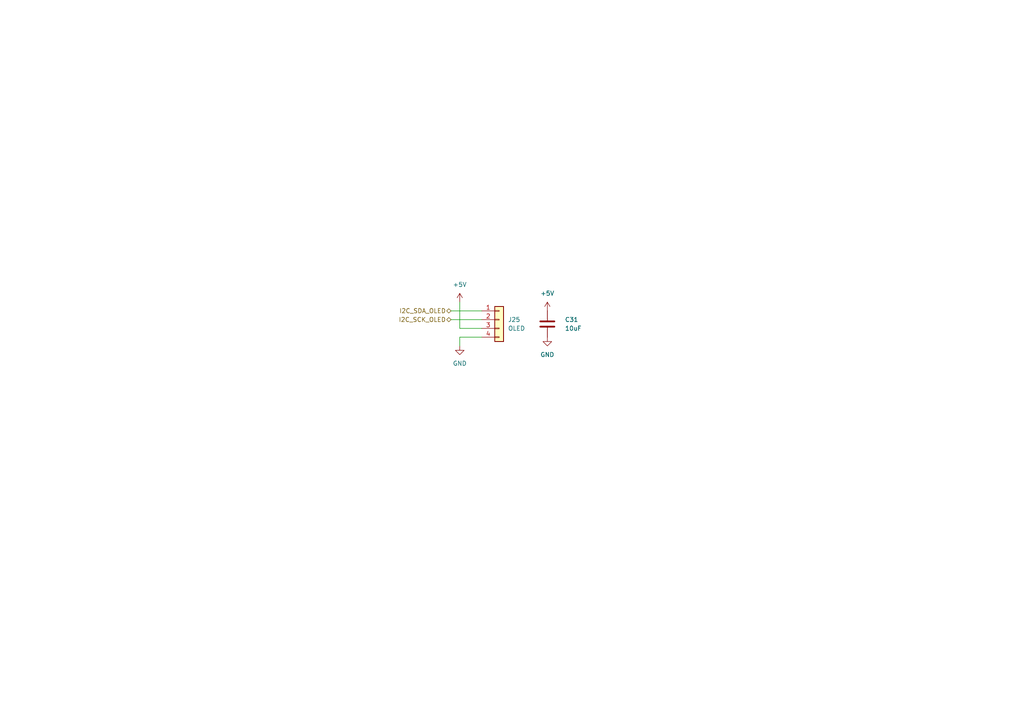
<source format=kicad_sch>
(kicad_sch (version 20231120) (generator "eeschema") (generator_version "8.0")
  (paper "A4")
  (lib_symbols
    (symbol "Connector_Generic:Conn_01x04" (pin_names (offset 1.016) hide)
      (property "Reference" "J" (at 0 5.08 0))
      (property "Value" "Conn_01x04" (at 0 -7.62 0))
      (symbol "Conn_01x04_1_1"
        (rectangle (start -1.27 -4.953) (end 0 -5.207) (stroke (width 0.1524)))
        (rectangle (start -1.27 -2.413) (end 0 -2.667) (stroke (width 0.1524)))
        (rectangle (start -1.27 0.127) (end 0 -0.127) (stroke (width 0.1524)))
        (rectangle (start -1.27 2.667) (end 0 2.413) (stroke (width 0.1524)))
        (rectangle (start -1.27 3.81) (end 1.27 -6.35) (stroke (width 0.254)) (fill (type background)))
        (pin passive line (at -5.08 2.54 0) (length 3.81) (name "Pin_1") (number "1"))
        (pin passive line (at -5.08 0 0) (length 3.81) (name "Pin_2") (number "2"))
        (pin passive line (at -5.08 -2.54 0) (length 3.81) (name "Pin_3") (number "3"))
        (pin passive line (at -5.08 -5.08 0) (length 3.81) (name "Pin_4") (number "4"))
      )
    )
    (symbol "Device:C" (pin_numbers hide) (pin_names (offset 0.254))
      (property "Reference" "C" (at 0.635 2.54 0))
      (property "Value" "C" (at 0.635 -2.54 0))
      (symbol "C_0_1"
        (polyline (pts (xy -2.032 -0.762) (xy 2.032 -0.762)) (stroke (width 0.508)))
        (polyline (pts (xy -2.032 0.762) (xy 2.032 0.762)) (stroke (width 0.508)))
      )
      (symbol "C_1_1"
        (pin passive line (at 0 3.81 270) (length 2.794) (name "~") (number "1"))
        (pin passive line (at 0 -3.81 90) (length 2.794) (name "~") (number "2"))
      )
    )
    (symbol "power:+5V" (power) (pin_numbers hide) (pin_names (offset 0) hide)
      (property "Value" "+5V" (at 0 3.556 0))
      (symbol "+5V_0_1"
        (polyline (pts (xy -0.762 1.27) (xy 0 2.54)))
        (polyline (pts (xy 0 0) (xy 0 2.54)))
        (polyline (pts (xy 0 2.54) (xy 0.762 1.27)))
      )
      (symbol "+5V_1_1"
        (pin power_in line (at 0 0 90) (length 0) (name "~") (number "1"))
      )
    )
    (symbol "power:GND" (power) (pin_numbers hide) (pin_names (offset 0) hide)
      (property "Value" "GND" (at 0 -3.81 0))
      (symbol "GND_0_1"
        (polyline (pts (xy 0 0) (xy 0 -1.27) (xy 1.27 -1.27) (xy 0 -2.54) (xy -1.27 -1.27) (xy 0 -1.27)))
      )
      (symbol "GND_1_1"
        (pin power_in line (at 0 0 270) (length 0) (name "~") (number "1"))
      )
    )
  )
  (wire (pts (xy 130.81 90.17) (xy 139.7 90.17)))
  (wire (pts (xy 133.35 87.63) (xy 133.35 95.25)))
  (wire (pts (xy 130.81 92.71) (xy 139.7 92.71)))
  (wire (pts (xy 139.7 97.79) (xy 133.35 97.79)))
  (wire (pts (xy 133.35 95.25) (xy 139.7 95.25)))
  (wire (pts (xy 133.35 97.79) (xy 133.35 100.33)))
  (hierarchical_label "I2C_SCK_OLED" (shape bidirectional) (at 130.81 92.71 180))
  (hierarchical_label "I2C_SDA_OLED" (shape bidirectional) (at 130.81 90.17 180))
  (symbol (lib_id "power:GND") (at 158.75 97.79 0) (unit 1)
    (property "Reference" "#PWR070" (effects (hide yes)))
    (property "Value" "GND" (at 158.75 102.87 0))
    (property "Description" "Power symbol creates a global label with name \"GND\" , ground" (effects (hide yes)))
  )
  (symbol (lib_id "Connector_Generic:Conn_01x04") (at 144.78 92.71 0) (unit 1)
    (property "Reference" "J25" (at 147.32 92.7099 0) (effects (justify left)))
    (property "Value" "OLED" (at 147.32 95.2499 0) (effects (justify left)))
    (property "Description" "Generic connector, single row, 01x04, script generated (kicad-library-utils/schlib/autogen/connector/)" (effects (hide yes)))
  )
  (symbol (lib_id "power:+5V") (at 158.75 90.17 0) (unit 1)
    (property "Reference" "#PWR071" (effects (hide yes)))
    (property "Value" "+5V" (at 158.75 85.09 0))
    (property "Description" "Power symbol creates a global label with name \"+5V\"" (effects (hide yes)))
  )
  (symbol (lib_id "power:GND") (at 133.35 100.33 0) (unit 1)
    (property "Reference" "#PWR062" (effects (hide yes)))
    (property "Value" "GND" (at 133.35 105.41 0))
    (property "Description" "Power symbol creates a global label with name \"GND\" , ground" (effects (hide yes)))
  )
  (symbol (lib_id "Device:C") (at 158.75 93.98 0) (unit 1)
    (property "Reference" "C31" (at 163.83 92.7099 0) (effects (justify left)))
    (property "Value" "10uF" (at 163.83 95.2499 0) (effects (justify left)))
    (property "Description" "Unpolarized capacitor" (effects (hide yes)))
  )
  (symbol (lib_id "power:+5V") (at 133.35 87.63 0) (unit 1)
    (property "Reference" "#PWR061" (effects (hide yes)))
    (property "Value" "+5V" (at 133.35 82.55 0))
    (property "Description" "Power symbol creates a global label with name \"+5V\"" (effects (hide yes)))
  )
)
</source>
